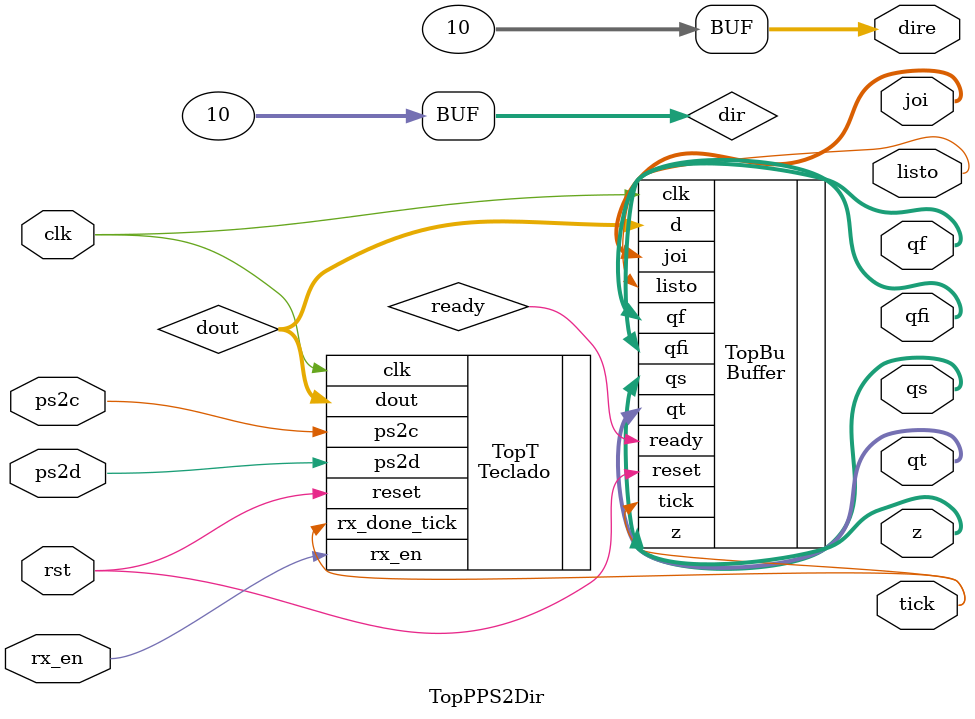
<source format=v>
`timescale 1ns / 1ps


module TopPPS2Dir(
    input clk,rst, // clk y reset del sistema
    input ps2d,ps2c, rx_en, // bits de entrada del teclado
    output [31:0] joi, // salida de 32 bits del buffer
    output listo, // bandera hacia modulo I/O
    output tick, // bandera de dato valido en el teclado, y entrada de clk al contador
    output [7:0] qfi, // salida primer registro
    output [7:0] qs, // salida segundo reistro
    output [7:0] qt, // salida tercer registro
    output [7:0] qf, // salida cuarto registro
    output [2:0] z, // valor del contador
    output [31:0] dire
    );

wire [7:0] dout;
wire [31:0]dir;

assign dir = 32'h000A; // salida direccion donde se guarda el dato

assign dire = dir;

// Instancia del modulo teclado

Teclado TopT(
     .clk(clk),
     .reset(rst),
     .ps2d(ps2d),
     .ps2c(ps2c), 
     .rx_en(rx_en),
     .rx_done_tick(tick),
     .dout(dout)
);

wire ready;

// Instancia modulo Buffer

Buffer TopBu(
     .clk(clk), 
     .reset(rst),
     .tick(tick),
     .d(dout),
     .ready(ready),
     .qfi(qfi),
     .qs(qs),
     .qt(qt),
     .qf(qf),
     .z(z),
     .joi(joi),
     .listo(listo) 
);    
    
endmodule



</source>
